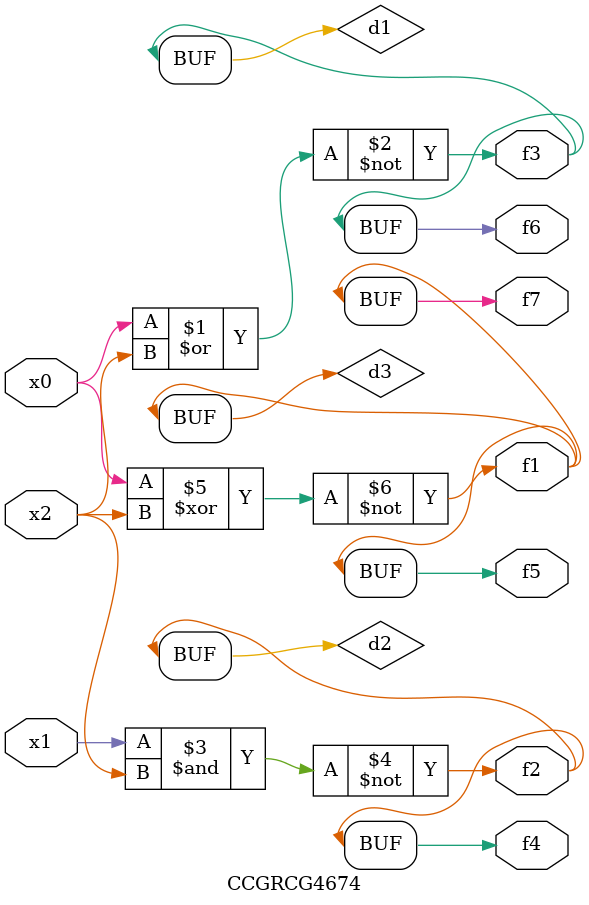
<source format=v>
module CCGRCG4674(
	input x0, x1, x2,
	output f1, f2, f3, f4, f5, f6, f7
);

	wire d1, d2, d3;

	nor (d1, x0, x2);
	nand (d2, x1, x2);
	xnor (d3, x0, x2);
	assign f1 = d3;
	assign f2 = d2;
	assign f3 = d1;
	assign f4 = d2;
	assign f5 = d3;
	assign f6 = d1;
	assign f7 = d3;
endmodule

</source>
